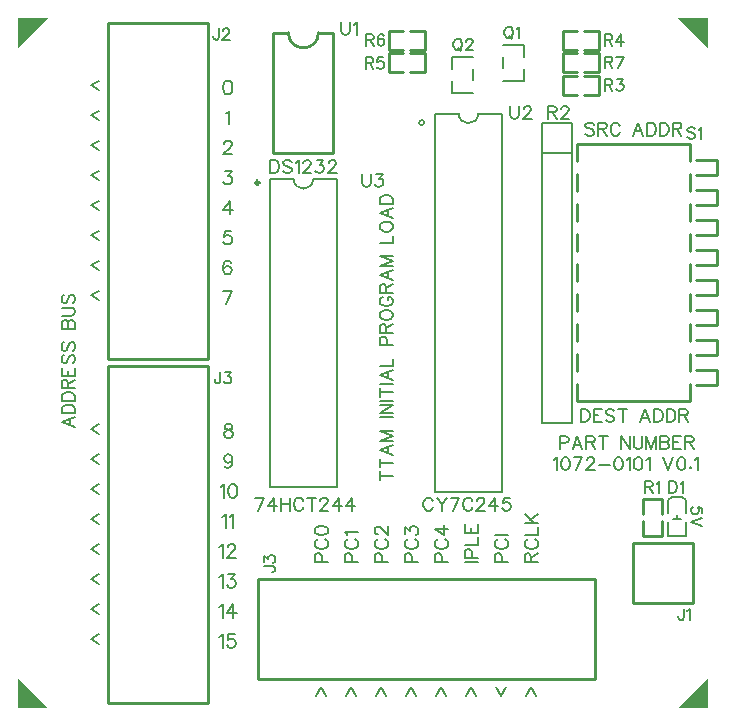
<source format=gto>
G04 Layer: TopSilkscreenLayer*
G04 Panelize: , Column: 2, Row: 2, Board Size: 58.42mm x 58.42mm, Panelized Board Size: 118.84mm x 118.84mm*
G04 EasyEDA v6.5.34, 2023-09-05 23:31:59*
G04 3ff1d21ffa584fb08a1032706516b83c,5a6b42c53f6a479593ecc07194224c93,10*
G04 Gerber Generator version 0.2*
G04 Scale: 100 percent, Rotated: No, Reflected: No *
G04 Dimensions in millimeters *
G04 leading zeros omitted , absolute positions ,4 integer and 5 decimal *
%FSLAX45Y45*%
%MOMM*%

%ADD10C,0.1524*%
%ADD11C,0.2540*%
%ADD12C,0.2000*%
%ADD13C,0.1500*%
%ADD14C,0.3000*%
%ADD15C,0.0157*%

%LPD*%
D10*
X3059684Y1966721D02*
G01*
X3168650Y1966721D01*
X3059684Y1930400D02*
G01*
X3059684Y2003044D01*
X3059684Y2073910D02*
G01*
X3168650Y2073910D01*
X3059684Y2037334D02*
G01*
X3059684Y2110231D01*
X3059684Y2185923D02*
G01*
X3168650Y2144521D01*
X3059684Y2185923D02*
G01*
X3168650Y2227579D01*
X3132327Y2160015D02*
G01*
X3132327Y2212086D01*
X3059684Y2261870D02*
G01*
X3168650Y2261870D01*
X3059684Y2261870D02*
G01*
X3168650Y2303526D01*
X3059684Y2344928D02*
G01*
X3168650Y2303526D01*
X3059684Y2344928D02*
G01*
X3168650Y2344928D01*
X3059684Y2459228D02*
G01*
X3168650Y2459228D01*
X3059684Y2493518D02*
G01*
X3168650Y2493518D01*
X3059684Y2493518D02*
G01*
X3168650Y2566415D01*
X3059684Y2566415D02*
G01*
X3168650Y2566415D01*
X3059684Y2600705D02*
G01*
X3168650Y2600705D01*
X3059684Y2671318D02*
G01*
X3168650Y2671318D01*
X3059684Y2634995D02*
G01*
X3059684Y2707639D01*
X3059684Y2741929D02*
G01*
X3168650Y2741929D01*
X3059684Y2817876D02*
G01*
X3168650Y2776220D01*
X3059684Y2817876D02*
G01*
X3168650Y2859278D01*
X3132327Y2791713D02*
G01*
X3132327Y2843784D01*
X3059684Y2893568D02*
G01*
X3168650Y2893568D01*
X3168650Y2893568D02*
G01*
X3168650Y2956052D01*
X3059684Y3070352D02*
G01*
X3168650Y3070352D01*
X3059684Y3070352D02*
G01*
X3059684Y3117087D01*
X3064763Y3132581D01*
X3070097Y3137915D01*
X3080511Y3142995D01*
X3096006Y3142995D01*
X3106420Y3137915D01*
X3111500Y3132581D01*
X3116834Y3117087D01*
X3116834Y3070352D01*
X3059684Y3177286D02*
G01*
X3168650Y3177286D01*
X3059684Y3177286D02*
G01*
X3059684Y3224021D01*
X3064763Y3239770D01*
X3070097Y3244850D01*
X3080511Y3249929D01*
X3090925Y3249929D01*
X3101340Y3244850D01*
X3106420Y3239770D01*
X3111500Y3224021D01*
X3111500Y3177286D01*
X3111500Y3213607D02*
G01*
X3168650Y3249929D01*
X3059684Y3315462D02*
G01*
X3064763Y3305047D01*
X3075177Y3294634D01*
X3085591Y3289554D01*
X3101340Y3284220D01*
X3127247Y3284220D01*
X3142741Y3289554D01*
X3153156Y3294634D01*
X3163570Y3305047D01*
X3168650Y3315462D01*
X3168650Y3336289D01*
X3163570Y3346704D01*
X3153156Y3357118D01*
X3142741Y3362197D01*
X3127247Y3367531D01*
X3101340Y3367531D01*
X3085591Y3362197D01*
X3075177Y3357118D01*
X3064763Y3346704D01*
X3059684Y3336289D01*
X3059684Y3315462D01*
X3085591Y3479800D02*
G01*
X3075177Y3474465D01*
X3064763Y3464052D01*
X3059684Y3453637D01*
X3059684Y3432810D01*
X3064763Y3422650D01*
X3075177Y3412236D01*
X3085591Y3406902D01*
X3101340Y3401821D01*
X3127247Y3401821D01*
X3142741Y3406902D01*
X3153156Y3412236D01*
X3163570Y3422650D01*
X3168650Y3432810D01*
X3168650Y3453637D01*
X3163570Y3464052D01*
X3153156Y3474465D01*
X3142741Y3479800D01*
X3127247Y3479800D01*
X3127247Y3453637D02*
G01*
X3127247Y3479800D01*
X3059684Y3514089D02*
G01*
X3168650Y3514089D01*
X3059684Y3514089D02*
G01*
X3059684Y3560826D01*
X3064763Y3576320D01*
X3070097Y3581400D01*
X3080511Y3586734D01*
X3090925Y3586734D01*
X3101340Y3581400D01*
X3106420Y3576320D01*
X3111500Y3560826D01*
X3111500Y3514089D01*
X3111500Y3550412D02*
G01*
X3168650Y3586734D01*
X3059684Y3662679D02*
G01*
X3168650Y3621023D01*
X3059684Y3662679D02*
G01*
X3168650Y3704081D01*
X3132327Y3636518D02*
G01*
X3132327Y3688587D01*
X3059684Y3738371D02*
G01*
X3168650Y3738371D01*
X3059684Y3738371D02*
G01*
X3168650Y3780028D01*
X3059684Y3821429D02*
G01*
X3168650Y3780028D01*
X3059684Y3821429D02*
G01*
X3168650Y3821429D01*
X3059684Y3935729D02*
G01*
X3168650Y3935729D01*
X3168650Y3935729D02*
G01*
X3168650Y3998213D01*
X3059684Y4063745D02*
G01*
X3064763Y4053331D01*
X3075177Y4042918D01*
X3085591Y4037584D01*
X3101340Y4032504D01*
X3127247Y4032504D01*
X3142741Y4037584D01*
X3153156Y4042918D01*
X3163570Y4053331D01*
X3168650Y4063745D01*
X3168650Y4084320D01*
X3163570Y4094734D01*
X3153156Y4105147D01*
X3142741Y4110481D01*
X3127247Y4115562D01*
X3101340Y4115562D01*
X3085591Y4110481D01*
X3075177Y4105147D01*
X3064763Y4094734D01*
X3059684Y4084320D01*
X3059684Y4063745D01*
X3059684Y4191507D02*
G01*
X3168650Y4149852D01*
X3059684Y4191507D02*
G01*
X3168650Y4232910D01*
X3132327Y4165600D02*
G01*
X3132327Y4217415D01*
X3059684Y4267200D02*
G01*
X3168650Y4267200D01*
X3059684Y4267200D02*
G01*
X3059684Y4303776D01*
X3064763Y4319270D01*
X3075177Y4329684D01*
X3085591Y4334763D01*
X3101340Y4340097D01*
X3127247Y4340097D01*
X3142741Y4334763D01*
X3153156Y4329684D01*
X3163570Y4319270D01*
X3168650Y4303776D01*
X3168650Y4267200D01*
X4533900Y2101087D02*
G01*
X4544313Y2106421D01*
X4559808Y2121915D01*
X4559808Y2012950D01*
X4625340Y2121915D02*
G01*
X4609845Y2116836D01*
X4599431Y2101087D01*
X4594097Y2075179D01*
X4594097Y2059686D01*
X4599431Y2033523D01*
X4609845Y2018029D01*
X4625340Y2012950D01*
X4635754Y2012950D01*
X4651247Y2018029D01*
X4661661Y2033523D01*
X4666995Y2059686D01*
X4666995Y2075179D01*
X4661661Y2101087D01*
X4651247Y2116836D01*
X4635754Y2121915D01*
X4625340Y2121915D01*
X4773929Y2121915D02*
G01*
X4721859Y2012950D01*
X4701286Y2121915D02*
G01*
X4773929Y2121915D01*
X4813300Y2096007D02*
G01*
X4813300Y2101087D01*
X4818634Y2111502D01*
X4823713Y2116836D01*
X4834127Y2121915D01*
X4854956Y2121915D01*
X4865370Y2116836D01*
X4870450Y2111502D01*
X4875784Y2101087D01*
X4875784Y2090673D01*
X4870450Y2080260D01*
X4860290Y2064765D01*
X4808220Y2012950D01*
X4880863Y2012950D01*
X4915154Y2059686D02*
G01*
X5008879Y2059686D01*
X5074158Y2121915D02*
G01*
X5058663Y2116836D01*
X5048250Y2101087D01*
X5043170Y2075179D01*
X5043170Y2059686D01*
X5048250Y2033523D01*
X5058663Y2018029D01*
X5074158Y2012950D01*
X5084572Y2012950D01*
X5100320Y2018029D01*
X5110479Y2033523D01*
X5115813Y2059686D01*
X5115813Y2075179D01*
X5110479Y2101087D01*
X5100320Y2116836D01*
X5084572Y2121915D01*
X5074158Y2121915D01*
X5150104Y2101087D02*
G01*
X5160518Y2106421D01*
X5176011Y2121915D01*
X5176011Y2012950D01*
X5241543Y2121915D02*
G01*
X5226050Y2116836D01*
X5215636Y2101087D01*
X5210302Y2075179D01*
X5210302Y2059686D01*
X5215636Y2033523D01*
X5226050Y2018029D01*
X5241543Y2012950D01*
X5251958Y2012950D01*
X5267452Y2018029D01*
X5277865Y2033523D01*
X5283200Y2059686D01*
X5283200Y2075179D01*
X5277865Y2101087D01*
X5267452Y2116836D01*
X5251958Y2121915D01*
X5241543Y2121915D01*
X5317490Y2101087D02*
G01*
X5327650Y2106421D01*
X5343397Y2121915D01*
X5343397Y2012950D01*
X5457697Y2121915D02*
G01*
X5499100Y2012950D01*
X5540756Y2121915D02*
G01*
X5499100Y2012950D01*
X5606288Y2121915D02*
G01*
X5590540Y2116836D01*
X5580379Y2101087D01*
X5575045Y2075179D01*
X5575045Y2059686D01*
X5580379Y2033523D01*
X5590540Y2018029D01*
X5606288Y2012950D01*
X5616702Y2012950D01*
X5632195Y2018029D01*
X5642609Y2033523D01*
X5647690Y2059686D01*
X5647690Y2075179D01*
X5642609Y2101087D01*
X5632195Y2116836D01*
X5616702Y2121915D01*
X5606288Y2121915D01*
X5687313Y2038857D02*
G01*
X5681979Y2033523D01*
X5687313Y2028444D01*
X5692393Y2033523D01*
X5687313Y2038857D01*
X5726684Y2101087D02*
G01*
X5737097Y2106421D01*
X5752845Y2121915D01*
X5752845Y2012950D01*
X685800Y5310631D02*
G01*
X613155Y5269737D01*
X685800Y5228844D01*
X1709191Y2844164D02*
G01*
X1709191Y2771267D01*
X1704619Y2757804D01*
X1700047Y2753232D01*
X1690903Y2748661D01*
X1681759Y2748661D01*
X1672869Y2753232D01*
X1668297Y2757804D01*
X1663725Y2771267D01*
X1663725Y2780411D01*
X1748307Y2844164D02*
G01*
X1798345Y2844164D01*
X1770913Y2807843D01*
X1784629Y2807843D01*
X1793773Y2803270D01*
X1798345Y2798698D01*
X1802917Y2784982D01*
X1802917Y2775838D01*
X1798345Y2762377D01*
X1789201Y2753232D01*
X1775485Y2748661D01*
X1761769Y2748661D01*
X1748307Y2753232D01*
X1743735Y2757804D01*
X1739163Y2766948D01*
X1696491Y5752464D02*
G01*
X1696491Y5679567D01*
X1691919Y5666104D01*
X1687347Y5661532D01*
X1678203Y5656961D01*
X1669059Y5656961D01*
X1660169Y5661532D01*
X1655597Y5666104D01*
X1651025Y5679567D01*
X1651025Y5688711D01*
X1731035Y5729604D02*
G01*
X1731035Y5734177D01*
X1735607Y5743320D01*
X1740179Y5747893D01*
X1749069Y5752464D01*
X1767357Y5752464D01*
X1776501Y5747893D01*
X1781073Y5743320D01*
X1785645Y5734177D01*
X1785645Y5725032D01*
X1781073Y5716143D01*
X1771929Y5702427D01*
X1726463Y5656961D01*
X1790217Y5656961D01*
X1701820Y601339D02*
G01*
X1712742Y606673D01*
X1728998Y623183D01*
X1728998Y508629D01*
X1830598Y623183D02*
G01*
X1775988Y623183D01*
X1770654Y573907D01*
X1775988Y579495D01*
X1792244Y584829D01*
X1808754Y584829D01*
X1825010Y579495D01*
X1835932Y568573D01*
X1841520Y552317D01*
X1841520Y541395D01*
X1835932Y524885D01*
X1825010Y513963D01*
X1808754Y508629D01*
X1792244Y508629D01*
X1775988Y513963D01*
X1770654Y519551D01*
X1765066Y530473D01*
X1701820Y855339D02*
G01*
X1712742Y860673D01*
X1728998Y877183D01*
X1728998Y762629D01*
X1819676Y877183D02*
G01*
X1765066Y800729D01*
X1846854Y800729D01*
X1819676Y877183D02*
G01*
X1819676Y762629D01*
X1701820Y1109339D02*
G01*
X1712742Y1114673D01*
X1728998Y1131183D01*
X1728998Y1016629D01*
X1775988Y1131183D02*
G01*
X1835932Y1131183D01*
X1803166Y1087495D01*
X1819676Y1087495D01*
X1830598Y1081907D01*
X1835932Y1076573D01*
X1841520Y1060317D01*
X1841520Y1049395D01*
X1835932Y1032885D01*
X1825010Y1021963D01*
X1808754Y1016629D01*
X1792244Y1016629D01*
X1775988Y1021963D01*
X1770654Y1027551D01*
X1765066Y1038473D01*
X1701820Y1363339D02*
G01*
X1712742Y1368673D01*
X1728998Y1385183D01*
X1728998Y1270629D01*
X1770654Y1357751D02*
G01*
X1770654Y1363339D01*
X1775988Y1374261D01*
X1781576Y1379595D01*
X1792244Y1385183D01*
X1814088Y1385183D01*
X1825010Y1379595D01*
X1830598Y1374261D01*
X1835932Y1363339D01*
X1835932Y1352417D01*
X1830598Y1341495D01*
X1819676Y1325239D01*
X1765066Y1270629D01*
X1841520Y1270629D01*
X1727220Y1617339D02*
G01*
X1738142Y1622673D01*
X1754398Y1639183D01*
X1754398Y1524629D01*
X1790466Y1617339D02*
G01*
X1801388Y1622673D01*
X1817644Y1639183D01*
X1817644Y1524629D01*
X1714520Y1871339D02*
G01*
X1725442Y1876673D01*
X1741698Y1893183D01*
X1741698Y1778629D01*
X1810532Y1893183D02*
G01*
X1794276Y1887595D01*
X1783354Y1871339D01*
X1777766Y1843907D01*
X1777766Y1827651D01*
X1783354Y1800473D01*
X1794276Y1783963D01*
X1810532Y1778629D01*
X1821454Y1778629D01*
X1837710Y1783963D01*
X1848632Y1800473D01*
X1854220Y1827651D01*
X1854220Y1843907D01*
X1848632Y1871339D01*
X1837710Y1887595D01*
X1821454Y1893183D01*
X1810532Y1893183D01*
X1810786Y2108829D02*
G01*
X1805452Y2092573D01*
X1794530Y2081651D01*
X1778020Y2076317D01*
X1772686Y2076317D01*
X1756176Y2081651D01*
X1745254Y2092573D01*
X1739920Y2108829D01*
X1739920Y2114417D01*
X1745254Y2130673D01*
X1756176Y2141595D01*
X1772686Y2147183D01*
X1778020Y2147183D01*
X1794530Y2141595D01*
X1805452Y2130673D01*
X1810786Y2108829D01*
X1810786Y2081651D01*
X1805452Y2054473D01*
X1794530Y2037963D01*
X1778020Y2032629D01*
X1767098Y2032629D01*
X1750842Y2037963D01*
X1745254Y2048885D01*
X1767098Y2401183D02*
G01*
X1750842Y2395595D01*
X1745254Y2384673D01*
X1745254Y2373751D01*
X1750842Y2362829D01*
X1761764Y2357495D01*
X1783608Y2351907D01*
X1799864Y2346573D01*
X1810786Y2335651D01*
X1816374Y2324729D01*
X1816374Y2308473D01*
X1810786Y2297551D01*
X1805452Y2291963D01*
X1788942Y2286629D01*
X1767098Y2286629D01*
X1750842Y2291963D01*
X1745254Y2297551D01*
X1739920Y2308473D01*
X1739920Y2324729D01*
X1745254Y2335651D01*
X1756176Y2346573D01*
X1772686Y2351907D01*
X1794530Y2357495D01*
X1805452Y2362829D01*
X1810786Y2373751D01*
X1810786Y2384673D01*
X1805452Y2395595D01*
X1788942Y2401183D01*
X1767098Y2401183D01*
X1767055Y5309481D02*
G01*
X1750545Y5303893D01*
X1739623Y5287637D01*
X1734289Y5260205D01*
X1734289Y5243949D01*
X1739623Y5216771D01*
X1750545Y5200261D01*
X1767055Y5194927D01*
X1777977Y5194927D01*
X1794233Y5200261D01*
X1805155Y5216771D01*
X1810743Y5243949D01*
X1810743Y5260205D01*
X1805155Y5287637D01*
X1794233Y5303893D01*
X1777977Y5309481D01*
X1767055Y5309481D01*
X1759714Y5033637D02*
G01*
X1770636Y5038971D01*
X1786892Y5055481D01*
X1786892Y4940927D01*
X1739623Y4774049D02*
G01*
X1739623Y4779637D01*
X1745211Y4790559D01*
X1750545Y4795893D01*
X1761467Y4801481D01*
X1783311Y4801481D01*
X1794233Y4795893D01*
X1799821Y4790559D01*
X1805155Y4779637D01*
X1805155Y4768715D01*
X1799821Y4757793D01*
X1788899Y4741537D01*
X1734289Y4686927D01*
X1810743Y4686927D01*
X1745211Y4547481D02*
G01*
X1805155Y4547481D01*
X1772389Y4503793D01*
X1788899Y4503793D01*
X1799821Y4498205D01*
X1805155Y4492871D01*
X1810743Y4476615D01*
X1810743Y4465693D01*
X1805155Y4449183D01*
X1794233Y4438261D01*
X1777977Y4432927D01*
X1761467Y4432927D01*
X1745211Y4438261D01*
X1739623Y4443849D01*
X1734289Y4454771D01*
X1788899Y4293481D02*
G01*
X1734289Y4217027D01*
X1816077Y4217027D01*
X1788899Y4293481D02*
G01*
X1788899Y4178927D01*
X1799821Y4039481D02*
G01*
X1745211Y4039481D01*
X1739623Y3990205D01*
X1745211Y3995793D01*
X1761467Y4001127D01*
X1777977Y4001127D01*
X1794233Y3995793D01*
X1805155Y3984871D01*
X1810743Y3968615D01*
X1810743Y3957693D01*
X1805155Y3941183D01*
X1794233Y3930261D01*
X1777977Y3924927D01*
X1761467Y3924927D01*
X1745211Y3930261D01*
X1739623Y3935849D01*
X1734289Y3946771D01*
X1799821Y3768971D02*
G01*
X1794233Y3779893D01*
X1777977Y3785481D01*
X1767055Y3785481D01*
X1750545Y3779893D01*
X1739623Y3763637D01*
X1734289Y3736205D01*
X1734289Y3709027D01*
X1739623Y3687183D01*
X1750545Y3676261D01*
X1767055Y3670927D01*
X1772389Y3670927D01*
X1788899Y3676261D01*
X1799821Y3687183D01*
X1805155Y3703693D01*
X1805155Y3709027D01*
X1799821Y3725537D01*
X1788899Y3736205D01*
X1772389Y3741793D01*
X1767055Y3741793D01*
X1750545Y3736205D01*
X1739623Y3725537D01*
X1734289Y3709027D01*
X1810743Y3531481D02*
G01*
X1756133Y3416927D01*
X1734289Y3531481D02*
G01*
X1810743Y3531481D01*
X5633465Y837437D02*
G01*
X5633465Y764794D01*
X5628893Y751078D01*
X5624322Y746505D01*
X5615177Y741934D01*
X5606288Y741934D01*
X5597143Y746505D01*
X5592572Y751078D01*
X5588000Y764794D01*
X5588000Y773937D01*
X5663438Y819404D02*
G01*
X5672581Y823976D01*
X5686297Y837437D01*
X5686297Y741934D01*
X5790427Y1647202D02*
G01*
X5790427Y1692668D01*
X5749533Y1697240D01*
X5754105Y1692668D01*
X5758677Y1679206D01*
X5758677Y1665490D01*
X5754105Y1651774D01*
X5744961Y1642630D01*
X5731499Y1638058D01*
X5722355Y1638058D01*
X5708639Y1642630D01*
X5699495Y1651774D01*
X5694923Y1665490D01*
X5694923Y1679206D01*
X5699495Y1692668D01*
X5704067Y1697240D01*
X5713211Y1701812D01*
X5790427Y1608086D02*
G01*
X5694923Y1571764D01*
X5790427Y1535442D02*
G01*
X5694923Y1571764D01*
X367284Y2416555D02*
G01*
X476250Y2374900D01*
X367284Y2416555D02*
G01*
X476250Y2457957D01*
X439928Y2390394D02*
G01*
X439928Y2442463D01*
X367284Y2492247D02*
G01*
X476250Y2492247D01*
X367284Y2492247D02*
G01*
X367284Y2528570D01*
X372363Y2544318D01*
X382778Y2554731D01*
X393192Y2559812D01*
X408939Y2565145D01*
X434847Y2565145D01*
X450342Y2559812D01*
X460755Y2554731D01*
X471170Y2544318D01*
X476250Y2528570D01*
X476250Y2492247D01*
X367284Y2599436D02*
G01*
X476250Y2599436D01*
X367284Y2599436D02*
G01*
X367284Y2635757D01*
X372363Y2651252D01*
X382778Y2661665D01*
X393192Y2667000D01*
X408939Y2672079D01*
X434847Y2672079D01*
X450342Y2667000D01*
X460755Y2661665D01*
X471170Y2651252D01*
X476250Y2635757D01*
X476250Y2599436D01*
X367284Y2706370D02*
G01*
X476250Y2706370D01*
X367284Y2706370D02*
G01*
X367284Y2753105D01*
X372363Y2768600D01*
X377697Y2773934D01*
X388112Y2779013D01*
X398526Y2779013D01*
X408939Y2773934D01*
X414020Y2768600D01*
X419100Y2753105D01*
X419100Y2706370D01*
X419100Y2742692D02*
G01*
X476250Y2779013D01*
X367284Y2813304D02*
G01*
X476250Y2813304D01*
X367284Y2813304D02*
G01*
X367284Y2880868D01*
X419100Y2813304D02*
G01*
X419100Y2854960D01*
X476250Y2813304D02*
G01*
X476250Y2880868D01*
X382778Y2988055D02*
G01*
X372363Y2977642D01*
X367284Y2961894D01*
X367284Y2941320D01*
X372363Y2925571D01*
X382778Y2915157D01*
X393192Y2915157D01*
X403605Y2920492D01*
X408939Y2925571D01*
X414020Y2935986D01*
X424434Y2967228D01*
X429513Y2977642D01*
X434847Y2982721D01*
X445262Y2988055D01*
X460755Y2988055D01*
X471170Y2977642D01*
X476250Y2961894D01*
X476250Y2941320D01*
X471170Y2925571D01*
X460755Y2915157D01*
X382778Y3094989D02*
G01*
X372363Y3084576D01*
X367284Y3069081D01*
X367284Y3048254D01*
X372363Y3032760D01*
X382778Y3022345D01*
X393192Y3022345D01*
X403605Y3027426D01*
X408939Y3032760D01*
X414020Y3042920D01*
X424434Y3074162D01*
X429513Y3084576D01*
X434847Y3089910D01*
X445262Y3094989D01*
X460755Y3094989D01*
X471170Y3084576D01*
X476250Y3069081D01*
X476250Y3048254D01*
X471170Y3032760D01*
X460755Y3022345D01*
X367284Y3209289D02*
G01*
X476250Y3209289D01*
X367284Y3209289D02*
G01*
X367284Y3256026D01*
X372363Y3271520D01*
X377697Y3276854D01*
X388112Y3281934D01*
X398526Y3281934D01*
X408939Y3276854D01*
X414020Y3271520D01*
X419100Y3256026D01*
X419100Y3209289D02*
G01*
X419100Y3256026D01*
X424434Y3271520D01*
X429513Y3276854D01*
X439928Y3281934D01*
X455676Y3281934D01*
X466089Y3276854D01*
X471170Y3271520D01*
X476250Y3256026D01*
X476250Y3209289D01*
X367284Y3316223D02*
G01*
X445262Y3316223D01*
X460755Y3321557D01*
X471170Y3331971D01*
X476250Y3347465D01*
X476250Y3357879D01*
X471170Y3373373D01*
X460755Y3383787D01*
X445262Y3389121D01*
X367284Y3389121D01*
X382778Y3496055D02*
G01*
X372363Y3485642D01*
X367284Y3470147D01*
X367284Y3449320D01*
X372363Y3433826D01*
X382778Y3423412D01*
X393192Y3423412D01*
X403605Y3428492D01*
X408939Y3433826D01*
X414020Y3444239D01*
X424434Y3475228D01*
X429513Y3485642D01*
X434847Y3490976D01*
X445262Y3496055D01*
X460755Y3496055D01*
X471170Y3485642D01*
X476250Y3470147D01*
X476250Y3449320D01*
X471170Y3433826D01*
X460755Y3423412D01*
X4762500Y2528315D02*
G01*
X4762500Y2419350D01*
X4762500Y2528315D02*
G01*
X4798822Y2528315D01*
X4814570Y2523236D01*
X4824729Y2512821D01*
X4830063Y2502407D01*
X4835143Y2486660D01*
X4835143Y2460752D01*
X4830063Y2445257D01*
X4824729Y2434844D01*
X4814570Y2424429D01*
X4798822Y2419350D01*
X4762500Y2419350D01*
X4869434Y2528315D02*
G01*
X4869434Y2419350D01*
X4869434Y2528315D02*
G01*
X4936997Y2528315D01*
X4869434Y2476500D02*
G01*
X4911090Y2476500D01*
X4869434Y2419350D02*
G01*
X4936997Y2419350D01*
X5044186Y2512821D02*
G01*
X5033772Y2523236D01*
X5018024Y2528315D01*
X4997450Y2528315D01*
X4981702Y2523236D01*
X4971288Y2512821D01*
X4971288Y2502407D01*
X4976622Y2491994D01*
X4981702Y2486660D01*
X4992115Y2481579D01*
X5023358Y2471165D01*
X5033772Y2466086D01*
X5038852Y2460752D01*
X5044186Y2450337D01*
X5044186Y2434844D01*
X5033772Y2424429D01*
X5018024Y2419350D01*
X4997450Y2419350D01*
X4981702Y2424429D01*
X4971288Y2434844D01*
X5114797Y2528315D02*
G01*
X5114797Y2419350D01*
X5078475Y2528315D02*
G01*
X5151120Y2528315D01*
X5307075Y2528315D02*
G01*
X5265420Y2419350D01*
X5307075Y2528315D02*
G01*
X5348477Y2419350D01*
X5280913Y2455671D02*
G01*
X5332984Y2455671D01*
X5382768Y2528315D02*
G01*
X5382768Y2419350D01*
X5382768Y2528315D02*
G01*
X5419090Y2528315D01*
X5434838Y2523236D01*
X5445252Y2512821D01*
X5450331Y2502407D01*
X5455665Y2486660D01*
X5455665Y2460752D01*
X5450331Y2445257D01*
X5445252Y2434844D01*
X5434838Y2424429D01*
X5419090Y2419350D01*
X5382768Y2419350D01*
X5489956Y2528315D02*
G01*
X5489956Y2419350D01*
X5489956Y2528315D02*
G01*
X5526277Y2528315D01*
X5541772Y2523236D01*
X5552186Y2512821D01*
X5557520Y2502407D01*
X5562600Y2486660D01*
X5562600Y2460752D01*
X5557520Y2445257D01*
X5552186Y2434844D01*
X5541772Y2424429D01*
X5526277Y2419350D01*
X5489956Y2419350D01*
X5596890Y2528315D02*
G01*
X5596890Y2419350D01*
X5596890Y2528315D02*
G01*
X5643625Y2528315D01*
X5659120Y2523236D01*
X5664454Y2517902D01*
X5669534Y2507487D01*
X5669534Y2497073D01*
X5664454Y2486660D01*
X5659120Y2481579D01*
X5643625Y2476500D01*
X5596890Y2476500D01*
X5633211Y2476500D02*
G01*
X5669534Y2419350D01*
X685800Y5056631D02*
G01*
X613155Y5015737D01*
X685800Y4974844D01*
X685800Y4802631D02*
G01*
X613155Y4761737D01*
X685800Y4720844D01*
X685800Y4548631D02*
G01*
X613155Y4507737D01*
X685800Y4466844D01*
X685800Y4294631D02*
G01*
X613155Y4253737D01*
X685800Y4212844D01*
X685800Y4040631D02*
G01*
X613155Y3999737D01*
X685800Y3958844D01*
X685800Y3786631D02*
G01*
X613155Y3745737D01*
X685800Y3704844D01*
X685800Y3532631D02*
G01*
X613155Y3491737D01*
X685800Y3450844D01*
X685825Y2402331D02*
G01*
X613181Y2361437D01*
X685825Y2320544D01*
X685825Y2148331D02*
G01*
X613181Y2107437D01*
X685825Y2066544D01*
X685825Y1894331D02*
G01*
X613181Y1853437D01*
X685825Y1812544D01*
X685825Y1640331D02*
G01*
X613181Y1599437D01*
X685825Y1558544D01*
X685825Y1386331D02*
G01*
X613181Y1345437D01*
X685825Y1304544D01*
X685825Y1132331D02*
G01*
X613181Y1091437D01*
X685825Y1050544D01*
X685825Y878331D02*
G01*
X613181Y837437D01*
X685825Y796544D01*
X685825Y624331D02*
G01*
X613181Y583437D01*
X685825Y542544D01*
X2507716Y1232027D02*
G01*
X2622270Y1232027D01*
X2507716Y1232027D02*
G01*
X2507716Y1281048D01*
X2513304Y1297304D01*
X2518638Y1302893D01*
X2529560Y1308227D01*
X2546070Y1308227D01*
X2556992Y1302893D01*
X2562326Y1297304D01*
X2567914Y1281048D01*
X2567914Y1232027D01*
X2535148Y1426082D02*
G01*
X2524226Y1420748D01*
X2513304Y1409827D01*
X2507716Y1398904D01*
X2507716Y1377061D01*
X2513304Y1366138D01*
X2524226Y1355217D01*
X2535148Y1349629D01*
X2551404Y1344295D01*
X2578836Y1344295D01*
X2595092Y1349629D01*
X2606014Y1355217D01*
X2616936Y1366138D01*
X2622270Y1377061D01*
X2622270Y1398904D01*
X2616936Y1409827D01*
X2606014Y1420748D01*
X2595092Y1426082D01*
X2507716Y1494917D02*
G01*
X2513304Y1478406D01*
X2529560Y1467485D01*
X2556992Y1462151D01*
X2573248Y1462151D01*
X2600426Y1467485D01*
X2616936Y1478406D01*
X2622270Y1494917D01*
X2622270Y1505838D01*
X2616936Y1522095D01*
X2600426Y1533017D01*
X2573248Y1538351D01*
X2556992Y1538351D01*
X2529560Y1533017D01*
X2513304Y1522095D01*
X2507716Y1505838D01*
X2507716Y1494917D01*
X2761716Y1232027D02*
G01*
X2876270Y1232027D01*
X2761716Y1232027D02*
G01*
X2761716Y1281048D01*
X2767304Y1297304D01*
X2772638Y1302893D01*
X2783560Y1308227D01*
X2800070Y1308227D01*
X2810992Y1302893D01*
X2816326Y1297304D01*
X2821914Y1281048D01*
X2821914Y1232027D01*
X2789148Y1426082D02*
G01*
X2778226Y1420748D01*
X2767304Y1409827D01*
X2761716Y1398904D01*
X2761716Y1377061D01*
X2767304Y1366138D01*
X2778226Y1355217D01*
X2789148Y1349629D01*
X2805404Y1344295D01*
X2832836Y1344295D01*
X2849092Y1349629D01*
X2860014Y1355217D01*
X2870936Y1366138D01*
X2876270Y1377061D01*
X2876270Y1398904D01*
X2870936Y1409827D01*
X2860014Y1420748D01*
X2849092Y1426082D01*
X2783560Y1462151D02*
G01*
X2778226Y1473072D01*
X2761716Y1489329D01*
X2876270Y1489329D01*
X3015716Y1232027D02*
G01*
X3130270Y1232027D01*
X3015716Y1232027D02*
G01*
X3015716Y1281048D01*
X3021304Y1297304D01*
X3026638Y1302893D01*
X3037560Y1308227D01*
X3054070Y1308227D01*
X3064992Y1302893D01*
X3070326Y1297304D01*
X3075914Y1281048D01*
X3075914Y1232027D01*
X3043148Y1426082D02*
G01*
X3032226Y1420748D01*
X3021304Y1409827D01*
X3015716Y1398904D01*
X3015716Y1377061D01*
X3021304Y1366138D01*
X3032226Y1355217D01*
X3043148Y1349629D01*
X3059404Y1344295D01*
X3086836Y1344295D01*
X3103092Y1349629D01*
X3114014Y1355217D01*
X3124936Y1366138D01*
X3130270Y1377061D01*
X3130270Y1398904D01*
X3124936Y1409827D01*
X3114014Y1420748D01*
X3103092Y1426082D01*
X3043148Y1467485D02*
G01*
X3037560Y1467485D01*
X3026638Y1473072D01*
X3021304Y1478406D01*
X3015716Y1489329D01*
X3015716Y1511172D01*
X3021304Y1522095D01*
X3026638Y1527429D01*
X3037560Y1533017D01*
X3048482Y1533017D01*
X3059404Y1527429D01*
X3075914Y1516506D01*
X3130270Y1462151D01*
X3130270Y1538351D01*
X2080133Y1197584D02*
G01*
X2153031Y1197584D01*
X2166493Y1193012D01*
X2171065Y1188440D01*
X2175636Y1179296D01*
X2175636Y1170152D01*
X2171065Y1161262D01*
X2166493Y1156690D01*
X2153031Y1152118D01*
X2143886Y1152118D01*
X2080133Y1236700D02*
G01*
X2080133Y1286738D01*
X2116454Y1259306D01*
X2116454Y1273022D01*
X2121027Y1282166D01*
X2125599Y1286738D01*
X2139315Y1291310D01*
X2148459Y1291310D01*
X2161920Y1286738D01*
X2171065Y1277594D01*
X2175636Y1263878D01*
X2175636Y1250162D01*
X2171065Y1236700D01*
X2166493Y1232128D01*
X2157349Y1227556D01*
X2522042Y101625D02*
G01*
X2562936Y174269D01*
X2603830Y101625D01*
X3269741Y1231900D02*
G01*
X3384295Y1231900D01*
X3269741Y1231900D02*
G01*
X3269741Y1280921D01*
X3275329Y1297431D01*
X3280663Y1302765D01*
X3291586Y1308354D01*
X3308095Y1308354D01*
X3319018Y1302765D01*
X3324352Y1297431D01*
X3329686Y1280921D01*
X3329686Y1231900D01*
X3297174Y1425955D02*
G01*
X3286252Y1420621D01*
X3275329Y1409700D01*
X3269741Y1398778D01*
X3269741Y1376934D01*
X3275329Y1366012D01*
X3286252Y1355089D01*
X3297174Y1349755D01*
X3313429Y1344168D01*
X3340608Y1344168D01*
X3357118Y1349755D01*
X3368040Y1355089D01*
X3378961Y1366012D01*
X3384295Y1376934D01*
X3384295Y1398778D01*
X3378961Y1409700D01*
X3368040Y1420621D01*
X3357118Y1425955D01*
X3269741Y1472945D02*
G01*
X3269741Y1532889D01*
X3313429Y1500378D01*
X3313429Y1516634D01*
X3319018Y1527555D01*
X3324352Y1532889D01*
X3340608Y1538478D01*
X3351529Y1538478D01*
X3368040Y1532889D01*
X3378961Y1521968D01*
X3384295Y1505712D01*
X3384295Y1489455D01*
X3378961Y1472945D01*
X3373374Y1467612D01*
X3362452Y1462023D01*
X3523741Y1231900D02*
G01*
X3638295Y1231900D01*
X3523741Y1231900D02*
G01*
X3523741Y1280921D01*
X3529329Y1297431D01*
X3534663Y1302765D01*
X3545586Y1308354D01*
X3562095Y1308354D01*
X3573018Y1302765D01*
X3578352Y1297431D01*
X3583686Y1280921D01*
X3583686Y1231900D01*
X3551174Y1425955D02*
G01*
X3540252Y1420621D01*
X3529329Y1409700D01*
X3523741Y1398778D01*
X3523741Y1376934D01*
X3529329Y1366012D01*
X3540252Y1355089D01*
X3551174Y1349755D01*
X3567429Y1344168D01*
X3594608Y1344168D01*
X3611118Y1349755D01*
X3622040Y1355089D01*
X3632961Y1366012D01*
X3638295Y1376934D01*
X3638295Y1398778D01*
X3632961Y1409700D01*
X3622040Y1420621D01*
X3611118Y1425955D01*
X3523741Y1516634D02*
G01*
X3600195Y1462023D01*
X3600195Y1543812D01*
X3523741Y1516634D02*
G01*
X3638295Y1516634D01*
X2776042Y101625D02*
G01*
X2816936Y174269D01*
X2857830Y101625D01*
X3030042Y101625D02*
G01*
X3070936Y174269D01*
X3111830Y101625D01*
X3284042Y101625D02*
G01*
X3324936Y174269D01*
X3365830Y101625D01*
X3538042Y101625D02*
G01*
X3578936Y174269D01*
X3619830Y101625D01*
X4285741Y1231900D02*
G01*
X4400295Y1231900D01*
X4285741Y1231900D02*
G01*
X4285741Y1280921D01*
X4291329Y1297431D01*
X4296663Y1302765D01*
X4307586Y1308354D01*
X4318508Y1308354D01*
X4329429Y1302765D01*
X4335018Y1297431D01*
X4340352Y1280921D01*
X4340352Y1231900D01*
X4340352Y1270000D02*
G01*
X4400295Y1308354D01*
X4313174Y1425955D02*
G01*
X4302252Y1420621D01*
X4291329Y1409700D01*
X4285741Y1398778D01*
X4285741Y1376934D01*
X4291329Y1366012D01*
X4302252Y1355089D01*
X4313174Y1349755D01*
X4329429Y1344168D01*
X4356608Y1344168D01*
X4373118Y1349755D01*
X4384040Y1355089D01*
X4394961Y1366012D01*
X4400295Y1376934D01*
X4400295Y1398778D01*
X4394961Y1409700D01*
X4384040Y1420621D01*
X4373118Y1425955D01*
X4285741Y1462023D02*
G01*
X4400295Y1462023D01*
X4400295Y1462023D02*
G01*
X4400295Y1527555D01*
X4285741Y1563623D02*
G01*
X4400295Y1563623D01*
X4285741Y1639823D02*
G01*
X4362195Y1563623D01*
X4335018Y1590802D02*
G01*
X4400295Y1639823D01*
X4300042Y101625D02*
G01*
X4340936Y174269D01*
X4381830Y101625D01*
X3777741Y1231900D02*
G01*
X3892295Y1231900D01*
X3777741Y1267968D02*
G01*
X3892295Y1267968D01*
X3777741Y1267968D02*
G01*
X3777741Y1316989D01*
X3783329Y1333245D01*
X3788663Y1338834D01*
X3799586Y1344168D01*
X3816095Y1344168D01*
X3827018Y1338834D01*
X3832352Y1333245D01*
X3837686Y1316989D01*
X3837686Y1267968D01*
X3777741Y1380236D02*
G01*
X3892295Y1380236D01*
X3892295Y1380236D02*
G01*
X3892295Y1445768D01*
X3777741Y1481836D02*
G01*
X3892295Y1481836D01*
X3777741Y1481836D02*
G01*
X3777741Y1552702D01*
X3832352Y1481836D02*
G01*
X3832352Y1525270D01*
X3892295Y1481836D02*
G01*
X3892295Y1552702D01*
X4031741Y1231900D02*
G01*
X4146295Y1231900D01*
X4031741Y1231900D02*
G01*
X4031741Y1280921D01*
X4037329Y1297431D01*
X4042663Y1302765D01*
X4053586Y1308354D01*
X4070095Y1308354D01*
X4081018Y1302765D01*
X4086352Y1297431D01*
X4091686Y1280921D01*
X4091686Y1231900D01*
X4059174Y1425955D02*
G01*
X4048252Y1420621D01*
X4037329Y1409700D01*
X4031741Y1398778D01*
X4031741Y1376934D01*
X4037329Y1366012D01*
X4048252Y1355089D01*
X4059174Y1349755D01*
X4075429Y1344168D01*
X4102608Y1344168D01*
X4119118Y1349755D01*
X4130040Y1355089D01*
X4140961Y1366012D01*
X4146295Y1376934D01*
X4146295Y1398778D01*
X4140961Y1409700D01*
X4130040Y1420621D01*
X4119118Y1425955D01*
X4031741Y1462023D02*
G01*
X4146295Y1462023D01*
X3792042Y101625D02*
G01*
X3832936Y174269D01*
X3873830Y101625D01*
X4046042Y174269D02*
G01*
X4086936Y101625D01*
X4127830Y174269D01*
X4873243Y4938521D02*
G01*
X4862829Y4948936D01*
X4847336Y4954015D01*
X4826508Y4954015D01*
X4811013Y4948936D01*
X4800600Y4938521D01*
X4800600Y4928107D01*
X4805679Y4917694D01*
X4811013Y4912360D01*
X4821427Y4907279D01*
X4852670Y4896865D01*
X4862829Y4891786D01*
X4868163Y4886452D01*
X4873243Y4876037D01*
X4873243Y4860544D01*
X4862829Y4850129D01*
X4847336Y4845050D01*
X4826508Y4845050D01*
X4811013Y4850129D01*
X4800600Y4860544D01*
X4907534Y4954015D02*
G01*
X4907534Y4845050D01*
X4907534Y4954015D02*
G01*
X4954270Y4954015D01*
X4970018Y4948936D01*
X4975097Y4943602D01*
X4980431Y4933187D01*
X4980431Y4922773D01*
X4975097Y4912360D01*
X4970018Y4907279D01*
X4954270Y4902200D01*
X4907534Y4902200D01*
X4944109Y4902200D02*
G01*
X4980431Y4845050D01*
X5092700Y4928107D02*
G01*
X5087365Y4938521D01*
X5076952Y4948936D01*
X5066538Y4954015D01*
X5045709Y4954015D01*
X5035550Y4948936D01*
X5025136Y4938521D01*
X5019802Y4928107D01*
X5014722Y4912360D01*
X5014722Y4886452D01*
X5019802Y4870957D01*
X5025136Y4860544D01*
X5035550Y4850129D01*
X5045709Y4845050D01*
X5066538Y4845050D01*
X5076952Y4850129D01*
X5087365Y4860544D01*
X5092700Y4870957D01*
X5248402Y4954015D02*
G01*
X5207000Y4845050D01*
X5248402Y4954015D02*
G01*
X5290058Y4845050D01*
X5222493Y4881371D02*
G01*
X5274309Y4881371D01*
X5324347Y4954015D02*
G01*
X5324347Y4845050D01*
X5324347Y4954015D02*
G01*
X5360670Y4954015D01*
X5376163Y4948936D01*
X5386577Y4938521D01*
X5391911Y4928107D01*
X5396991Y4912360D01*
X5396991Y4886452D01*
X5391911Y4870957D01*
X5386577Y4860544D01*
X5376163Y4850129D01*
X5360670Y4845050D01*
X5324347Y4845050D01*
X5431281Y4954015D02*
G01*
X5431281Y4845050D01*
X5431281Y4954015D02*
G01*
X5467604Y4954015D01*
X5483352Y4948936D01*
X5493765Y4938521D01*
X5498845Y4928107D01*
X5504179Y4912360D01*
X5504179Y4886452D01*
X5498845Y4870957D01*
X5493765Y4860544D01*
X5483352Y4850129D01*
X5467604Y4845050D01*
X5431281Y4845050D01*
X5538470Y4954015D02*
G01*
X5538470Y4845050D01*
X5538470Y4954015D02*
G01*
X5585206Y4954015D01*
X5600700Y4948936D01*
X5605779Y4943602D01*
X5611113Y4933187D01*
X5611113Y4922773D01*
X5605779Y4912360D01*
X5600700Y4907279D01*
X5585206Y4902200D01*
X5538470Y4902200D01*
X5574791Y4902200D02*
G01*
X5611113Y4845050D01*
X2133600Y4636515D02*
G01*
X2133600Y4527550D01*
X2133600Y4636515D02*
G01*
X2169922Y4636515D01*
X2185670Y4631436D01*
X2195829Y4621021D01*
X2201163Y4610607D01*
X2206243Y4594860D01*
X2206243Y4568952D01*
X2201163Y4553457D01*
X2195829Y4543044D01*
X2185670Y4532629D01*
X2169922Y4527550D01*
X2133600Y4527550D01*
X2313431Y4621021D02*
G01*
X2303018Y4631436D01*
X2287270Y4636515D01*
X2266695Y4636515D01*
X2250947Y4631436D01*
X2240534Y4621021D01*
X2240534Y4610607D01*
X2245868Y4600194D01*
X2250947Y4594860D01*
X2261361Y4589779D01*
X2292604Y4579365D01*
X2303018Y4574286D01*
X2308097Y4568952D01*
X2313431Y4558537D01*
X2313431Y4543044D01*
X2303018Y4532629D01*
X2287270Y4527550D01*
X2266695Y4527550D01*
X2250947Y4532629D01*
X2240534Y4543044D01*
X2347722Y4615687D02*
G01*
X2358136Y4621021D01*
X2373629Y4636515D01*
X2373629Y4527550D01*
X2413000Y4610607D02*
G01*
X2413000Y4615687D01*
X2418334Y4626102D01*
X2423413Y4631436D01*
X2433827Y4636515D01*
X2454656Y4636515D01*
X2465070Y4631436D01*
X2470150Y4626102D01*
X2475484Y4615687D01*
X2475484Y4605273D01*
X2470150Y4594860D01*
X2459990Y4579365D01*
X2407920Y4527550D01*
X2480563Y4527550D01*
X2525268Y4636515D02*
G01*
X2582418Y4636515D01*
X2551429Y4594860D01*
X2566924Y4594860D01*
X2577338Y4589779D01*
X2582418Y4584700D01*
X2587752Y4568952D01*
X2587752Y4558537D01*
X2582418Y4543044D01*
X2572004Y4532629D01*
X2556509Y4527550D01*
X2541015Y4527550D01*
X2525268Y4532629D01*
X2520188Y4537710D01*
X2514854Y4548123D01*
X2627122Y4610607D02*
G01*
X2627122Y4615687D01*
X2632456Y4626102D01*
X2637536Y4631436D01*
X2647950Y4636515D01*
X2668777Y4636515D01*
X2679191Y4631436D01*
X2684272Y4626102D01*
X2689606Y4615687D01*
X2689606Y4605273D01*
X2684272Y4594860D01*
X2673858Y4579365D01*
X2622041Y4527550D01*
X2694686Y4527550D01*
X2079243Y1779015D02*
G01*
X2027427Y1670050D01*
X2006600Y1779015D02*
G01*
X2079243Y1779015D01*
X2165604Y1779015D02*
G01*
X2113534Y1706371D01*
X2191511Y1706371D01*
X2165604Y1779015D02*
G01*
X2165604Y1670050D01*
X2225802Y1779015D02*
G01*
X2225802Y1670050D01*
X2298700Y1779015D02*
G01*
X2298700Y1670050D01*
X2225802Y1727200D02*
G01*
X2298700Y1727200D01*
X2410713Y1753107D02*
G01*
X2405634Y1763521D01*
X2395220Y1773936D01*
X2384806Y1779015D01*
X2363977Y1779015D01*
X2353563Y1773936D01*
X2343150Y1763521D01*
X2338070Y1753107D01*
X2332990Y1737360D01*
X2332990Y1711452D01*
X2338070Y1695957D01*
X2343150Y1685544D01*
X2353563Y1675129D01*
X2363977Y1670050D01*
X2384806Y1670050D01*
X2395220Y1675129D01*
X2405634Y1685544D01*
X2410713Y1695957D01*
X2481579Y1779015D02*
G01*
X2481579Y1670050D01*
X2445004Y1779015D02*
G01*
X2517902Y1779015D01*
X2557272Y1753107D02*
G01*
X2557272Y1758187D01*
X2562606Y1768602D01*
X2567686Y1773936D01*
X2578100Y1779015D01*
X2598927Y1779015D01*
X2609341Y1773936D01*
X2614422Y1768602D01*
X2619756Y1758187D01*
X2619756Y1747773D01*
X2614422Y1737360D01*
X2604008Y1721865D01*
X2552191Y1670050D01*
X2624836Y1670050D01*
X2711195Y1779015D02*
G01*
X2659125Y1706371D01*
X2737104Y1706371D01*
X2711195Y1779015D02*
G01*
X2711195Y1670050D01*
X2823209Y1779015D02*
G01*
X2771393Y1706371D01*
X2849372Y1706371D01*
X2823209Y1779015D02*
G01*
X2823209Y1670050D01*
X3506977Y1753107D02*
G01*
X3501643Y1763521D01*
X3491229Y1773936D01*
X3481070Y1779015D01*
X3460241Y1779015D01*
X3449827Y1773936D01*
X3439413Y1763521D01*
X3434079Y1753107D01*
X3429000Y1737360D01*
X3429000Y1711452D01*
X3434079Y1695957D01*
X3439413Y1685544D01*
X3449827Y1675129D01*
X3460241Y1670050D01*
X3481070Y1670050D01*
X3491229Y1675129D01*
X3501643Y1685544D01*
X3506977Y1695957D01*
X3541268Y1779015D02*
G01*
X3582670Y1727200D01*
X3582670Y1670050D01*
X3624325Y1779015D02*
G01*
X3582670Y1727200D01*
X3731259Y1779015D02*
G01*
X3679443Y1670050D01*
X3658615Y1779015D02*
G01*
X3731259Y1779015D01*
X3843527Y1753107D02*
G01*
X3838447Y1763521D01*
X3828034Y1773936D01*
X3817620Y1779015D01*
X3796791Y1779015D01*
X3786377Y1773936D01*
X3775963Y1763521D01*
X3770884Y1753107D01*
X3765550Y1737360D01*
X3765550Y1711452D01*
X3770884Y1695957D01*
X3775963Y1685544D01*
X3786377Y1675129D01*
X3796791Y1670050D01*
X3817620Y1670050D01*
X3828034Y1675129D01*
X3838447Y1685544D01*
X3843527Y1695957D01*
X3883152Y1753107D02*
G01*
X3883152Y1758187D01*
X3888231Y1768602D01*
X3893565Y1773936D01*
X3903979Y1779015D01*
X3924554Y1779015D01*
X3934968Y1773936D01*
X3940302Y1768602D01*
X3945381Y1758187D01*
X3945381Y1747773D01*
X3940302Y1737360D01*
X3929888Y1721865D01*
X3877818Y1670050D01*
X3950715Y1670050D01*
X4036822Y1779015D02*
G01*
X3985006Y1706371D01*
X4062729Y1706371D01*
X4036822Y1779015D02*
G01*
X4036822Y1670050D01*
X4159504Y1779015D02*
G01*
X4107434Y1779015D01*
X4102354Y1732279D01*
X4107434Y1737360D01*
X4123181Y1742694D01*
X4138675Y1742694D01*
X4154170Y1737360D01*
X4164584Y1727200D01*
X4169918Y1711452D01*
X4169918Y1701037D01*
X4164584Y1685544D01*
X4154170Y1675129D01*
X4138675Y1670050D01*
X4123181Y1670050D01*
X4107434Y1675129D01*
X4102354Y1680210D01*
X4097020Y1690623D01*
X4584700Y2299715D02*
G01*
X4584700Y2190750D01*
X4584700Y2299715D02*
G01*
X4631436Y2299715D01*
X4646929Y2294636D01*
X4652263Y2289302D01*
X4657343Y2278887D01*
X4657343Y2263394D01*
X4652263Y2252979D01*
X4646929Y2247900D01*
X4631436Y2242565D01*
X4584700Y2242565D01*
X4733290Y2299715D02*
G01*
X4691634Y2190750D01*
X4733290Y2299715D02*
G01*
X4774945Y2190750D01*
X4707381Y2227071D02*
G01*
X4759197Y2227071D01*
X4809236Y2299715D02*
G01*
X4809236Y2190750D01*
X4809236Y2299715D02*
G01*
X4855972Y2299715D01*
X4871465Y2294636D01*
X4876800Y2289302D01*
X4881879Y2278887D01*
X4881879Y2268473D01*
X4876800Y2258060D01*
X4871465Y2252979D01*
X4855972Y2247900D01*
X4809236Y2247900D01*
X4845558Y2247900D02*
G01*
X4881879Y2190750D01*
X4952491Y2299715D02*
G01*
X4952491Y2190750D01*
X4916170Y2299715D02*
G01*
X4988813Y2299715D01*
X5103113Y2299715D02*
G01*
X5103113Y2190750D01*
X5103113Y2299715D02*
G01*
X5176011Y2190750D01*
X5176011Y2299715D02*
G01*
X5176011Y2190750D01*
X5210302Y2299715D02*
G01*
X5210302Y2221737D01*
X5215381Y2206244D01*
X5225795Y2195829D01*
X5241290Y2190750D01*
X5251704Y2190750D01*
X5267452Y2195829D01*
X5277865Y2206244D01*
X5282945Y2221737D01*
X5282945Y2299715D01*
X5317236Y2299715D02*
G01*
X5317236Y2190750D01*
X5317236Y2299715D02*
G01*
X5358891Y2190750D01*
X5400293Y2299715D02*
G01*
X5358891Y2190750D01*
X5400293Y2299715D02*
G01*
X5400293Y2190750D01*
X5434584Y2299715D02*
G01*
X5434584Y2190750D01*
X5434584Y2299715D02*
G01*
X5481320Y2299715D01*
X5497068Y2294636D01*
X5502147Y2289302D01*
X5507481Y2278887D01*
X5507481Y2268473D01*
X5502147Y2258060D01*
X5497068Y2252979D01*
X5481320Y2247900D01*
X5434584Y2247900D02*
G01*
X5481320Y2247900D01*
X5497068Y2242565D01*
X5502147Y2237486D01*
X5507481Y2227071D01*
X5507481Y2211323D01*
X5502147Y2200910D01*
X5497068Y2195829D01*
X5481320Y2190750D01*
X5434584Y2190750D01*
X5541772Y2299715D02*
G01*
X5541772Y2190750D01*
X5541772Y2299715D02*
G01*
X5609336Y2299715D01*
X5541772Y2247900D02*
G01*
X5583174Y2247900D01*
X5541772Y2190750D02*
G01*
X5609336Y2190750D01*
X5643625Y2299715D02*
G01*
X5643625Y2190750D01*
X5643625Y2299715D02*
G01*
X5690361Y2299715D01*
X5705856Y2294636D01*
X5711190Y2289302D01*
X5716270Y2278887D01*
X5716270Y2268473D01*
X5711190Y2258060D01*
X5705856Y2252979D01*
X5690361Y2247900D01*
X5643625Y2247900D01*
X5679947Y2247900D02*
G01*
X5716270Y2190750D01*
X3710177Y5663437D02*
G01*
X3701288Y5658865D01*
X3692143Y5649976D01*
X3687572Y5640831D01*
X3683000Y5627115D01*
X3683000Y5604510D01*
X3687572Y5590794D01*
X3692143Y5581650D01*
X3701288Y5572505D01*
X3710177Y5567934D01*
X3728465Y5567934D01*
X3737609Y5572505D01*
X3746754Y5581650D01*
X3751072Y5590794D01*
X3755643Y5604510D01*
X3755643Y5627115D01*
X3751072Y5640831D01*
X3746754Y5649976D01*
X3737609Y5658865D01*
X3728465Y5663437D01*
X3710177Y5663437D01*
X3723893Y5586221D02*
G01*
X3751072Y5559044D01*
X3790188Y5640831D02*
G01*
X3790188Y5645404D01*
X3794759Y5654294D01*
X3799331Y5658865D01*
X3808475Y5663437D01*
X3826509Y5663437D01*
X3835654Y5658865D01*
X3840225Y5654294D01*
X3844797Y5645404D01*
X3844797Y5636260D01*
X3840225Y5627115D01*
X3831081Y5613400D01*
X3785615Y5567934D01*
X3849370Y5567934D01*
X4965700Y5511037D02*
G01*
X4965700Y5415534D01*
X4965700Y5511037D02*
G01*
X5006593Y5511037D01*
X5020309Y5506465D01*
X5024881Y5501894D01*
X5029454Y5493004D01*
X5029454Y5483860D01*
X5024881Y5474715D01*
X5020309Y5470144D01*
X5006593Y5465571D01*
X4965700Y5465571D01*
X4997450Y5465571D02*
G01*
X5029454Y5415534D01*
X5122925Y5511037D02*
G01*
X5077459Y5415534D01*
X5059425Y5511037D02*
G01*
X5122925Y5511037D01*
X4965700Y5701537D02*
G01*
X4965700Y5606034D01*
X4965700Y5701537D02*
G01*
X5006593Y5701537D01*
X5020309Y5696965D01*
X5024881Y5692394D01*
X5029454Y5683504D01*
X5029454Y5674360D01*
X5024881Y5665215D01*
X5020309Y5660644D01*
X5006593Y5656071D01*
X4965700Y5656071D01*
X4997450Y5656071D02*
G01*
X5029454Y5606034D01*
X5104891Y5701537D02*
G01*
X5059425Y5638037D01*
X5127497Y5638037D01*
X5104891Y5701537D02*
G01*
X5104891Y5606034D01*
X2941574Y5506465D02*
G01*
X2941574Y5410962D01*
X2941574Y5506465D02*
G01*
X2982468Y5506465D01*
X2996184Y5501894D01*
X3000756Y5497321D01*
X3005327Y5488431D01*
X3005327Y5479287D01*
X3000756Y5470144D01*
X2996184Y5465571D01*
X2982468Y5461000D01*
X2941574Y5461000D01*
X2973324Y5461000D02*
G01*
X3005327Y5410962D01*
X3089656Y5506465D02*
G01*
X3044190Y5506465D01*
X3039872Y5465571D01*
X3044190Y5470144D01*
X3057906Y5474715D01*
X3071622Y5474715D01*
X3085084Y5470144D01*
X3094227Y5461000D01*
X3098800Y5447537D01*
X3098800Y5438394D01*
X3094227Y5424678D01*
X3085084Y5415534D01*
X3071622Y5410962D01*
X3057906Y5410962D01*
X3044190Y5415534D01*
X3039872Y5420105D01*
X3035300Y5429250D01*
X2946400Y5701537D02*
G01*
X2946400Y5606034D01*
X2946400Y5701537D02*
G01*
X2987293Y5701537D01*
X3001009Y5696965D01*
X3005581Y5692394D01*
X3010154Y5683504D01*
X3010154Y5674360D01*
X3005581Y5665215D01*
X3001009Y5660644D01*
X2987293Y5656071D01*
X2946400Y5656071D01*
X2978150Y5656071D02*
G01*
X3010154Y5606034D01*
X3094481Y5688076D02*
G01*
X3089909Y5696965D01*
X3076447Y5701537D01*
X3067304Y5701537D01*
X3053588Y5696965D01*
X3044697Y5683504D01*
X3040125Y5660644D01*
X3040125Y5638037D01*
X3044697Y5619750D01*
X3053588Y5610605D01*
X3067304Y5606034D01*
X3071875Y5606034D01*
X3085591Y5610605D01*
X3094481Y5619750D01*
X3099054Y5633465D01*
X3099054Y5638037D01*
X3094481Y5651500D01*
X3085591Y5660644D01*
X3071875Y5665215D01*
X3067304Y5665215D01*
X3053588Y5660644D01*
X3044697Y5651500D01*
X3040125Y5638037D01*
X2730500Y5804915D02*
G01*
X2730500Y5726937D01*
X2735579Y5711444D01*
X2745993Y5701029D01*
X2761741Y5695950D01*
X2772156Y5695950D01*
X2787650Y5701029D01*
X2798063Y5711444D01*
X2803143Y5726937D01*
X2803143Y5804915D01*
X2837434Y5784087D02*
G01*
X2847847Y5789421D01*
X2863595Y5804915D01*
X2863595Y5695950D01*
X4965700Y5320537D02*
G01*
X4965700Y5225034D01*
X4965700Y5320537D02*
G01*
X5006593Y5320537D01*
X5020309Y5315965D01*
X5024881Y5311394D01*
X5029454Y5302504D01*
X5029454Y5293360D01*
X5024881Y5284215D01*
X5020309Y5279644D01*
X5006593Y5275071D01*
X4965700Y5275071D01*
X4997450Y5275071D02*
G01*
X5029454Y5225034D01*
X5068315Y5320537D02*
G01*
X5118354Y5320537D01*
X5091175Y5284215D01*
X5104891Y5284215D01*
X5113781Y5279644D01*
X5118354Y5275071D01*
X5122925Y5261610D01*
X5122925Y5252465D01*
X5118354Y5238750D01*
X5109209Y5229605D01*
X5095747Y5225034D01*
X5082031Y5225034D01*
X5068315Y5229605D01*
X5063997Y5234178D01*
X5059425Y5243321D01*
X4165600Y5093715D02*
G01*
X4165600Y5015737D01*
X4170679Y5000244D01*
X4181093Y4989829D01*
X4196841Y4984750D01*
X4207256Y4984750D01*
X4222750Y4989829D01*
X4233163Y5000244D01*
X4238243Y5015737D01*
X4238243Y5093715D01*
X4277868Y5067807D02*
G01*
X4277868Y5072887D01*
X4282947Y5083302D01*
X4288281Y5088636D01*
X4298695Y5093715D01*
X4319270Y5093715D01*
X4329684Y5088636D01*
X4335018Y5083302D01*
X4340097Y5072887D01*
X4340097Y5062473D01*
X4335018Y5052060D01*
X4324604Y5036565D01*
X4272534Y4984750D01*
X4345431Y4984750D01*
X2908300Y4522215D02*
G01*
X2908300Y4444237D01*
X2913379Y4428744D01*
X2923793Y4418329D01*
X2939541Y4413250D01*
X2949956Y4413250D01*
X2965450Y4418329D01*
X2975863Y4428744D01*
X2980943Y4444237D01*
X2980943Y4522215D01*
X3025647Y4522215D02*
G01*
X3082797Y4522215D01*
X3051809Y4480560D01*
X3067304Y4480560D01*
X3077718Y4475479D01*
X3082797Y4470400D01*
X3088131Y4454652D01*
X3088131Y4444237D01*
X3082797Y4428744D01*
X3072384Y4418329D01*
X3056890Y4413250D01*
X3041395Y4413250D01*
X3025647Y4418329D01*
X3020568Y4423410D01*
X3015234Y4433823D01*
X5727954Y4900676D02*
G01*
X5718809Y4909565D01*
X5705093Y4914137D01*
X5686806Y4914137D01*
X5673343Y4909565D01*
X5664200Y4900676D01*
X5664200Y4891531D01*
X5668772Y4882387D01*
X5673343Y4877815D01*
X5682488Y4873244D01*
X5709665Y4864100D01*
X5718809Y4859781D01*
X5723381Y4855210D01*
X5727954Y4846065D01*
X5727954Y4832350D01*
X5718809Y4823205D01*
X5705093Y4818634D01*
X5686806Y4818634D01*
X5673343Y4823205D01*
X5664200Y4832350D01*
X5757925Y4896104D02*
G01*
X5766815Y4900676D01*
X5780531Y4914137D01*
X5780531Y4818634D01*
X4483100Y5093715D02*
G01*
X4483100Y4984750D01*
X4483100Y5093715D02*
G01*
X4529836Y5093715D01*
X4545329Y5088636D01*
X4550663Y5083302D01*
X4555743Y5072887D01*
X4555743Y5062473D01*
X4550663Y5052060D01*
X4545329Y5046979D01*
X4529836Y5041900D01*
X4483100Y5041900D01*
X4519422Y5041900D02*
G01*
X4555743Y4984750D01*
X4595368Y5067807D02*
G01*
X4595368Y5072887D01*
X4600447Y5083302D01*
X4605781Y5088636D01*
X4616195Y5093715D01*
X4636770Y5093715D01*
X4647184Y5088636D01*
X4652518Y5083302D01*
X4657597Y5072887D01*
X4657597Y5062473D01*
X4652518Y5052060D01*
X4642104Y5036565D01*
X4590034Y4984750D01*
X4662931Y4984750D01*
X5511800Y1916937D02*
G01*
X5511800Y1821434D01*
X5511800Y1916937D02*
G01*
X5543550Y1916937D01*
X5557265Y1912365D01*
X5566409Y1903476D01*
X5570981Y1894331D01*
X5575554Y1880615D01*
X5575554Y1858010D01*
X5570981Y1844294D01*
X5566409Y1835150D01*
X5557265Y1826005D01*
X5543550Y1821434D01*
X5511800Y1821434D01*
X5605525Y1898904D02*
G01*
X5614415Y1903476D01*
X5628131Y1916937D01*
X5628131Y1821434D01*
X5308600Y1916937D02*
G01*
X5308600Y1821434D01*
X5308600Y1916937D02*
G01*
X5349493Y1916937D01*
X5363209Y1912365D01*
X5367781Y1907794D01*
X5372354Y1898904D01*
X5372354Y1889760D01*
X5367781Y1880615D01*
X5363209Y1876044D01*
X5349493Y1871471D01*
X5308600Y1871471D01*
X5340350Y1871471D02*
G01*
X5372354Y1821434D01*
X5402325Y1898904D02*
G01*
X5411215Y1903476D01*
X5424931Y1916937D01*
X5424931Y1821434D01*
X4142071Y5765109D02*
G01*
X4132981Y5760562D01*
X4123890Y5751471D01*
X4119346Y5742381D01*
X4114800Y5728746D01*
X4114800Y5706018D01*
X4119346Y5692381D01*
X4123890Y5683290D01*
X4132981Y5674199D01*
X4142071Y5669653D01*
X4160253Y5669653D01*
X4169346Y5674199D01*
X4178437Y5683290D01*
X4182981Y5692381D01*
X4187527Y5706018D01*
X4187527Y5728746D01*
X4182981Y5742381D01*
X4178437Y5751471D01*
X4169346Y5760562D01*
X4160253Y5765109D01*
X4142071Y5765109D01*
X4155709Y5687837D02*
G01*
X4182981Y5660562D01*
X4217527Y5746927D02*
G01*
X4226618Y5751471D01*
X4240253Y5765109D01*
X4240253Y5669653D01*
G36*
X0Y5842000D02*
G01*
X0Y5588000D01*
X254000Y5842000D01*
G37*
G36*
X0Y254000D02*
G01*
X0Y0D01*
X254000Y0D01*
G37*
G36*
X5842000Y254000D02*
G01*
X5588000Y0D01*
X5842000Y0D01*
G37*
G36*
X5588000Y5842000D02*
G01*
X5842000Y5588000D01*
X5842000Y5842000D01*
G37*
X3845069Y5512020D02*
G01*
X3673330Y5512020D01*
X3673330Y5408858D01*
X3845069Y5206779D02*
G01*
X3673330Y5206779D01*
X3673330Y5309941D01*
X3845069Y5404939D02*
G01*
X3845069Y5313860D01*
D11*
X4917561Y5541512D02*
G01*
X4917561Y5381508D01*
X4607504Y5541002D02*
G01*
X4607504Y5380997D01*
X4792565Y5381508D02*
G01*
X4917561Y5381508D01*
X4792565Y5541512D02*
G01*
X4917561Y5541512D01*
X4732507Y5380997D02*
G01*
X4607504Y5380997D01*
X4732507Y5541002D02*
G01*
X4607504Y5541002D01*
X4917561Y5732012D02*
G01*
X4917561Y5572008D01*
X4607504Y5731502D02*
G01*
X4607504Y5571497D01*
X4792565Y5572008D02*
G01*
X4917561Y5572008D01*
X4792565Y5732012D02*
G01*
X4917561Y5732012D01*
X4732507Y5571497D02*
G01*
X4607504Y5571497D01*
X4732507Y5731502D02*
G01*
X4607504Y5731502D01*
X3444361Y5541512D02*
G01*
X3444361Y5381508D01*
X3134304Y5541002D02*
G01*
X3134304Y5380997D01*
X3319365Y5381508D02*
G01*
X3444361Y5381508D01*
X3319365Y5541512D02*
G01*
X3444361Y5541512D01*
X3259307Y5380997D02*
G01*
X3134304Y5380997D01*
X3259307Y5541002D02*
G01*
X3134304Y5541002D01*
X3444361Y5732012D02*
G01*
X3444361Y5572008D01*
X3134304Y5731502D02*
G01*
X3134304Y5571497D01*
X3319365Y5572008D02*
G01*
X3444361Y5572008D01*
X3319365Y5732012D02*
G01*
X3444361Y5732012D01*
X3259307Y5571497D02*
G01*
X3134304Y5571497D01*
X3259307Y5731502D02*
G01*
X3134304Y5731502D01*
X2159000Y4699000D02*
G01*
X2667000Y4699000D01*
X2159000Y5715000D02*
G01*
X2286000Y5715000D01*
X2159000Y4699000D02*
G01*
X2159000Y5715000D01*
X2667000Y4699000D02*
G01*
X2667000Y5715000D01*
X2540000Y5715000D02*
G01*
X2667000Y5715000D01*
X4607438Y5189987D02*
G01*
X4607438Y5349991D01*
X4917495Y5190497D02*
G01*
X4917495Y5350502D01*
X4732434Y5349991D02*
G01*
X4607438Y5349991D01*
X4732434Y5189987D02*
G01*
X4607438Y5189987D01*
X4792492Y5350502D02*
G01*
X4917495Y5350502D01*
X4792492Y5190497D02*
G01*
X4917495Y5190497D01*
D10*
X3727500Y5031615D02*
G01*
X3527234Y5031615D01*
X3527234Y1826381D01*
X4092765Y1826381D01*
X4092765Y5031615D01*
X3892499Y5031615D01*
X2330500Y4477616D02*
G01*
X2130234Y4477616D01*
X2130234Y1872381D01*
X2695765Y1872381D01*
X2695765Y4477616D01*
X2495499Y4477616D01*
D11*
X4726998Y2594000D02*
G01*
X5686999Y2594000D01*
X4726998Y4771999D02*
G01*
X5687001Y4771999D01*
X5686999Y2739555D02*
G01*
X5686999Y2594000D01*
X5686999Y2993555D02*
G01*
X5686999Y2848444D01*
X5686999Y3247555D02*
G01*
X5686999Y3102444D01*
X5686999Y3501555D02*
G01*
X5686999Y3356444D01*
X5686999Y3755555D02*
G01*
X5686999Y3610444D01*
X5686999Y4009555D02*
G01*
X5686999Y3864444D01*
X5686999Y4263555D02*
G01*
X5686999Y4118444D01*
X5686999Y4517555D02*
G01*
X5686999Y4372444D01*
X5686999Y4771555D02*
G01*
X5686999Y4626444D01*
X4726998Y4626439D02*
G01*
X4726998Y4771560D01*
X4726998Y4372439D02*
G01*
X4726998Y4517560D01*
X4726998Y4118439D02*
G01*
X4726998Y4263560D01*
X4726998Y3864439D02*
G01*
X4726998Y4009560D01*
X4726998Y3610439D02*
G01*
X4726998Y3755560D01*
X4726998Y3356439D02*
G01*
X4726998Y3501560D01*
X4726998Y3102439D02*
G01*
X4726998Y3247560D01*
X4726998Y2848439D02*
G01*
X4726998Y2993560D01*
X4726998Y2594000D02*
G01*
X4726998Y2739560D01*
X5917003Y4637001D02*
G01*
X5737001Y4637001D01*
X5917003Y4506998D02*
G01*
X5737001Y4506998D01*
X5917003Y4506998D02*
G01*
X5917003Y4637001D01*
X5917003Y4383001D02*
G01*
X5737001Y4383001D01*
X5917003Y4252998D02*
G01*
X5737001Y4252998D01*
X5917003Y4252998D02*
G01*
X5917003Y4383001D01*
X5917003Y4129001D02*
G01*
X5737001Y4129001D01*
X5917003Y3998998D02*
G01*
X5737001Y3998998D01*
X5917003Y3998998D02*
G01*
X5917003Y4129001D01*
X5917003Y3875001D02*
G01*
X5737001Y3875001D01*
X5917003Y3744998D02*
G01*
X5737001Y3744998D01*
X5917003Y3744998D02*
G01*
X5917003Y3875001D01*
X5917003Y3621001D02*
G01*
X5737001Y3621001D01*
X5917003Y3490998D02*
G01*
X5737001Y3490998D01*
X5917003Y3490998D02*
G01*
X5917003Y3621001D01*
X5917003Y3367001D02*
G01*
X5737001Y3367001D01*
X5917003Y3236998D02*
G01*
X5737001Y3236998D01*
X5917003Y3236998D02*
G01*
X5917003Y3367001D01*
X5917003Y3113001D02*
G01*
X5737001Y3113001D01*
X5917003Y2982998D02*
G01*
X5737001Y2982998D01*
X5917003Y2982998D02*
G01*
X5917003Y3113001D01*
X5917001Y2859001D02*
G01*
X5736998Y2859001D01*
X5917001Y2728998D02*
G01*
X5736998Y2728998D01*
X5917001Y2728998D02*
G01*
X5917001Y2859001D01*
D12*
X4686300Y4953000D02*
G01*
X4432300Y4953000D01*
X4432300Y2413000D01*
X4686300Y2413000D01*
X4686300Y2540000D01*
X4686300Y4953000D01*
X4432300Y4699000D02*
G01*
X4686300Y4699000D01*
D13*
X5575523Y1595899D02*
G01*
X5575523Y1629900D01*
X5540296Y1787905D02*
G01*
X5530293Y1787905D01*
X5500291Y1757911D01*
X5650298Y1572905D02*
G01*
X5650298Y1457904D01*
X5500291Y1572905D02*
G01*
X5500291Y1457904D01*
X5650298Y1652904D02*
G01*
X5650298Y1757911D01*
X5500291Y1652904D02*
G01*
X5500291Y1757911D01*
X5650285Y1457904D02*
G01*
X5502295Y1457904D01*
X5610288Y1787905D02*
G01*
X5540296Y1787905D01*
X5610288Y1787905D02*
G01*
X5620303Y1787905D01*
X5650298Y1757911D01*
X5610296Y1595899D02*
G01*
X5542297Y1595899D01*
D11*
X5291587Y1767961D02*
G01*
X5451591Y1767961D01*
X5292097Y1457904D02*
G01*
X5452102Y1457904D01*
X5451591Y1642965D02*
G01*
X5451591Y1767961D01*
X5291587Y1642965D02*
G01*
X5291587Y1767961D01*
X5452102Y1582907D02*
G01*
X5452102Y1457904D01*
X5292097Y1582907D02*
G01*
X5292097Y1457904D01*
D10*
X4105130Y5308379D02*
G01*
X4276869Y5308379D01*
X4276869Y5411541D01*
X4105130Y5613620D02*
G01*
X4276869Y5613620D01*
X4276869Y5510458D01*
X4105130Y5415460D02*
G01*
X4105130Y5506539D01*
D11*
G75*
G01*
X2540000Y5715000D02*
G02*
X2286000Y5715000I-127000J0D01*
D10*
G75*
G01*
X3727501Y5031616D02*
G03*
X3892499Y5031616I82499J289D01*
G75*
G01*
X2330501Y4477619D02*
G03*
X2495499Y4477619I82499J289D01*
D13*
G75*
G01
X3435502Y4954499D02*
G03X3435502Y4954499I-21514J0D01*
D14*
G75*
G01
X2038020Y4445991D02*
G03X2038020Y4445991I-15011J0D01*
D11*
X756081Y5800597D02*
G01*
X1606092Y5800597D01*
X1606092Y2950590D01*
X756081Y2950590D01*
X756081Y5800597D01*
X756107Y2892297D02*
G01*
X1606118Y2892297D01*
X1606118Y42290D01*
X756107Y42290D01*
X756107Y2892297D01*
X5207000Y1397000D02*
G01*
X5715000Y1397000D01*
X5715000Y889000D01*
X5207000Y889000D01*
X5207000Y1397000D01*
X2032000Y1094511D02*
G01*
X4882006Y1094511D01*
X4882006Y244500D01*
X2032000Y244500D01*
X2032000Y1094511D01*
M02*

</source>
